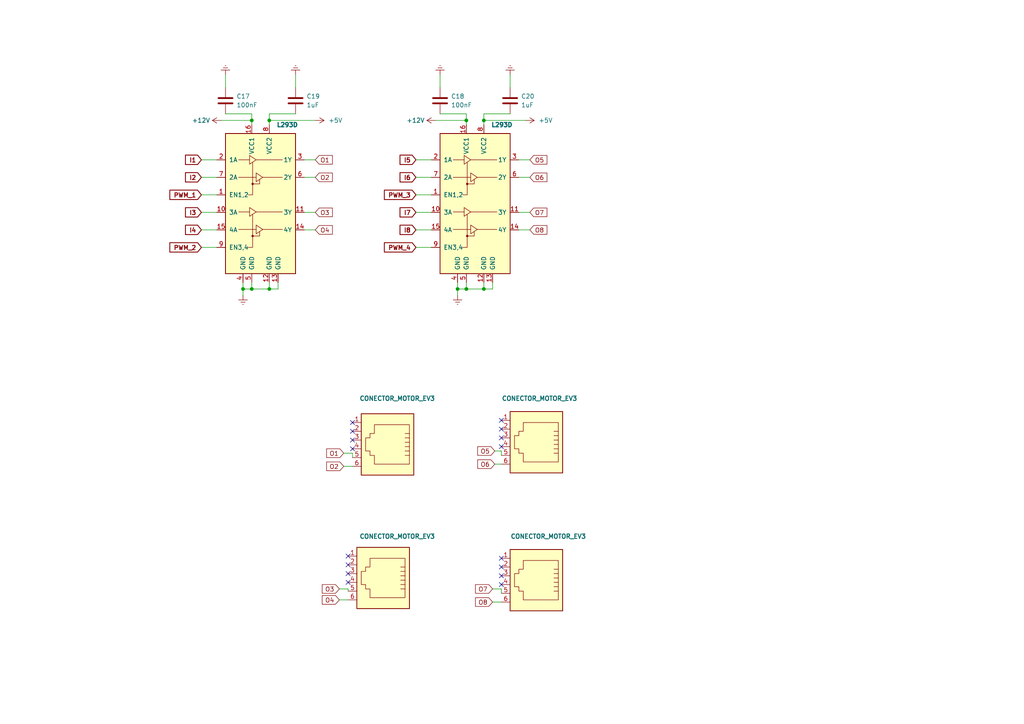
<source format=kicad_sch>
(kicad_sch (version 20211123) (generator eeschema)
  (paper "A4")
  (lib_symbols
    (symbol "Connector:6P6C" (pin_names (offset 1.016))
      (property "Reference" "J" (at -5.08 11.43 0))
      (property "Value" "6P6C" (at 2.54 11.43 0))
      (symbol "6P6C_0_1"
        (polyline (pts (xy -6.35 -1.905) (xy -5.08 -1.905) (xy -5.08 -1.905)))
        (polyline (pts (xy -6.35 -0.635) (xy -5.08 -0.635) (xy -5.08 -0.635)))
        (polyline (pts (xy -6.35 0.635) (xy -5.08 0.635) (xy -5.08 0.635)))
        (polyline (pts (xy -6.35 1.905) (xy -5.08 1.905) (xy -5.08 1.905)))
        (polyline (pts (xy -6.35 3.175) (xy -5.08 3.175) (xy -5.08 3.175)))
        (polyline (pts (xy -5.08 4.445) (xy -6.35 4.445) (xy -6.35 4.445)))
        (polyline (pts (xy -6.35 -4.445) (xy -6.35 6.985) (xy 3.81 6.985) (xy 3.81 4.445) (xy 5.08 4.445) (xy 5.08 3.175) (xy 6.35 3.175) (xy 6.35 -0.635) (xy 5.08 -0.635) (xy 5.08 -1.905) (xy 3.81 -1.905) (xy 3.81 -4.445) (xy -6.35 -4.445) (xy -6.35 -4.445)))
        (rectangle (start 7.62 10.16) (end -7.62 -7.62) (stroke (width 0.254)) (fill (type background)))
      )
      (symbol "6P6C_1_1"
        (pin passive line (at 10.16 -5.08 180) (length 2.54) (name "~") (number "1"))
        (pin passive line (at 10.16 -2.54 180) (length 2.54) (name "~") (number "2"))
        (pin passive line (at 10.16 0 180) (length 2.54) (name "~") (number "3"))
        (pin passive line (at 10.16 2.54 180) (length 2.54) (name "~") (number "4"))
        (pin passive line (at 10.16 5.08 180) (length 2.54) (name "~") (number "5"))
        (pin passive line (at 10.16 7.62 180) (length 2.54) (name "~") (number "6"))
      )
    )
    (symbol "Device:C" (pin_numbers hide) (pin_names (offset 0.254))
      (property "Reference" "C" (at 0.635 2.54 0))
      (property "Value" "C" (at 0.635 -2.54 0))
      (symbol "C_0_1"
        (polyline (pts (xy -2.032 -0.762) (xy 2.032 -0.762)) (stroke (width 0.508)))
        (polyline (pts (xy -2.032 0.762) (xy 2.032 0.762)) (stroke (width 0.508)))
      )
      (symbol "C_1_1"
        (pin passive line (at 0 3.81 270) (length 2.794) (name "~") (number "1"))
        (pin passive line (at 0 -3.81 90) (length 2.794) (name "~") (number "2"))
      )
    )
    (symbol "Driver_Motor:L293D" (pin_names (offset 1.016))
      (property "Reference" "U" (at -5.08 26.035 0))
      (property "Value" "L293D" (at -5.08 24.13 0))
      (symbol "L293D_0_1"
        (rectangle (start -10.16 22.86) (end 10.16 -17.78) (stroke (width 0.254)) (fill (type background)))
        (circle (center -2.286 -6.858) (radius 0.254) (fill (type outline)))
        (circle (center -2.286 8.255) (radius 0.254) (fill (type outline)))
        (polyline (pts (xy -6.35 -4.953) (xy -1.27 -4.953)))
        (polyline (pts (xy -6.35 0.127) (xy -3.175 0.127)))
        (polyline (pts (xy -6.35 10.16) (xy -1.27 10.16)))
        (polyline (pts (xy -6.35 15.24) (xy -3.175 15.24)))
        (polyline (pts (xy -1.27 0.127) (xy 6.35 0.127)))
        (polyline (pts (xy -1.27 15.24) (xy 6.35 15.24)))
        (polyline (pts (xy 0.635 -4.953) (xy 6.35 -4.953)))
        (polyline (pts (xy 0.635 10.16) (xy 6.35 10.16)))
        (polyline (pts (xy -2.286 -6.858) (xy -0.254 -6.858) (xy -0.254 -5.588)))
        (polyline (pts (xy -2.286 -0.635) (xy -2.286 -10.16) (xy -3.556 -10.16)))
        (polyline (pts (xy -2.286 8.255) (xy -0.254 8.255) (xy -0.254 9.525)))
        (polyline (pts (xy -2.286 14.478) (xy -2.286 5.08) (xy -3.556 5.08)))
        (polyline (pts (xy -3.175 1.397) (xy -3.175 -1.143) (xy -1.27 0.127) (xy -3.175 1.397)))
        (polyline (pts (xy -3.175 16.51) (xy -3.175 13.97) (xy -1.27 15.24) (xy -3.175 16.51)))
        (polyline (pts (xy -1.27 -3.683) (xy -1.27 -6.223) (xy 0.635 -4.953) (xy -1.27 -3.683)))
        (polyline (pts (xy -1.27 11.43) (xy -1.27 8.89) (xy 0.635 10.16) (xy -1.27 11.43)))
      )
      (symbol "L293D_1_1"
        (pin input line (at -12.7 5.08 0) (length 2.54) (name "EN1,2") (number "1"))
        (pin input line (at -12.7 0 0) (length 2.54) (name "3A") (number "10"))
        (pin output line (at 12.7 0 180) (length 2.54) (name "3Y") (number "11"))
        (pin power_in line (at 2.54 -20.32 90) (length 2.54) (name "GND") (number "12"))
        (pin power_in line (at 5.08 -20.32 90) (length 2.54) (name "GND") (number "13"))
        (pin output line (at 12.7 -5.08 180) (length 2.54) (name "4Y") (number "14"))
        (pin input line (at -12.7 -5.08 0) (length 2.54) (name "4A") (number "15"))
        (pin power_in line (at -2.54 25.4 270) (length 2.54) (name "VCC1") (number "16"))
        (pin input line (at -12.7 15.24 0) (length 2.54) (name "1A") (number "2"))
        (pin output line (at 12.7 15.24 180) (length 2.54) (name "1Y") (number "3"))
        (pin power_in line (at -5.08 -20.32 90) (length 2.54) (name "GND") (number "4"))
        (pin power_in line (at -2.54 -20.32 90) (length 2.54) (name "GND") (number "5"))
        (pin output line (at 12.7 10.16 180) (length 2.54) (name "2Y") (number "6"))
        (pin input line (at -12.7 10.16 0) (length 2.54) (name "2A") (number "7"))
        (pin power_in line (at 2.54 25.4 270) (length 2.54) (name "VCC2") (number "8"))
        (pin input line (at -12.7 -10.16 0) (length 2.54) (name "EN3,4") (number "9"))
      )
    )
    (symbol "power:+12V" (power) (pin_names (offset 0))
      (property "Value" "+12V" (at 0 3.556 0))
      (symbol "+12V_0_1"
        (polyline (pts (xy -0.762 1.27) (xy 0 2.54)))
        (polyline (pts (xy 0 0) (xy 0 2.54)))
        (polyline (pts (xy 0 2.54) (xy 0.762 1.27)))
      )
      (symbol "+12V_1_1"
        (pin power_in line (at 0 0 90) (length 0) hide (name "+12V") (number "1"))
      )
    )
    (symbol "power:+5V" (power) (pin_names (offset 0))
      (property "Value" "+5V" (at 0 3.556 0))
      (symbol "+5V_0_1"
        (polyline (pts (xy -0.762 1.27) (xy 0 2.54)))
        (polyline (pts (xy 0 0) (xy 0 2.54)))
        (polyline (pts (xy 0 2.54) (xy 0.762 1.27)))
      )
      (symbol "+5V_1_1"
        (pin power_in line (at 0 0 90) (length 0) hide (name "+5V") (number "1"))
      )
    )
    (symbol "power:Earth" (power) (pin_names (offset 0))
      (symbol "Earth_0_1"
        (polyline (pts (xy -0.635 -1.905) (xy 0.635 -1.905)))
        (polyline (pts (xy -0.127 -2.54) (xy 0.127 -2.54)))
        (polyline (pts (xy 0 -1.27) (xy 0 0)))
        (polyline (pts (xy 1.27 -1.27) (xy -1.27 -1.27)))
      )
      (symbol "Earth_1_1"
        (pin power_in line (at 0 0 270) (length 0) hide (name "Earth") (number "1"))
      )
    )
  )
  (junction (at 73.025 34.925))
  (junction (at 135.255 34.925))
  (junction (at 140.335 83.82))
  (junction (at 135.255 83.82))
  (junction (at 73.025 83.82))
  (junction (at 70.485 83.82))
  (junction (at 78.105 83.82))
  (junction (at 140.335 34.925))
  (junction (at 78.105 34.925))
  (junction (at 132.715 83.82))
  (no_connect (at 100.965 168.91))
  (no_connect (at 100.965 161.29))
  (no_connect (at 100.965 163.83))
  (no_connect (at 100.965 166.37))
  (no_connect (at 102.235 130.175))
  (no_connect (at 145.415 129.54))
  (no_connect (at 145.415 121.92))
  (no_connect (at 145.415 124.46))
  (no_connect (at 145.415 127))
  (no_connect (at 145.415 169.545))
  (no_connect (at 145.415 161.925))
  (no_connect (at 145.415 164.465))
  (no_connect (at 145.415 167.005))
  (no_connect (at 102.235 122.555))
  (no_connect (at 102.235 127.635))
  (no_connect (at 102.235 125.095))
  (wire (pts (xy 99.695 135.255) (xy 102.235 135.255)))
  (wire (pts (xy 73.025 34.925) (xy 73.025 36.195)))
  (wire (pts (xy 145.415 130.81) (xy 145.415 132.08)))
  (wire (pts (xy 78.105 81.915) (xy 78.105 83.82)))
  (wire (pts (xy 70.485 81.915) (xy 70.485 83.82)))
  (wire (pts (xy 98.425 173.99) (xy 100.965 173.99)))
  (wire (pts (xy 120.65 56.515) (xy 125.095 56.515)))
  (wire (pts (xy 58.42 51.435) (xy 62.865 51.435)))
  (wire (pts (xy 142.875 174.625) (xy 145.415 174.625)))
  (wire (pts (xy 58.42 71.755) (xy 62.865 71.755)))
  (wire (pts (xy 140.335 34.925) (xy 140.335 36.195)))
  (wire (pts (xy 132.715 81.915) (xy 132.715 83.82)))
  (wire (pts (xy 78.105 34.925) (xy 78.105 36.195)))
  (wire (pts (xy 140.335 34.925) (xy 152.4 34.925)))
  (wire (pts (xy 73.025 83.82) (xy 70.485 83.82)))
  (wire (pts (xy 88.265 46.355) (xy 91.44 46.355)))
  (wire (pts (xy 140.335 33.02) (xy 140.335 34.925)))
  (wire (pts (xy 150.495 51.435) (xy 153.67 51.435)))
  (wire (pts (xy 143.51 130.81) (xy 145.415 130.81)))
  (wire (pts (xy 78.105 33.02) (xy 78.105 34.925)))
  (wire (pts (xy 65.405 33.02) (xy 73.025 33.02)))
  (wire (pts (xy 142.875 81.915) (xy 142.875 83.82)))
  (wire (pts (xy 120.65 46.355) (xy 125.095 46.355)))
  (wire (pts (xy 126.365 34.925) (xy 135.255 34.925)))
  (wire (pts (xy 127.635 33.02) (xy 135.255 33.02)))
  (wire (pts (xy 70.485 83.82) (xy 70.485 85.725)))
  (wire (pts (xy 100.965 170.815) (xy 100.965 171.45)))
  (wire (pts (xy 73.025 81.915) (xy 73.025 83.82)))
  (wire (pts (xy 135.255 81.915) (xy 135.255 83.82)))
  (wire (pts (xy 150.495 66.675) (xy 153.67 66.675)))
  (wire (pts (xy 147.955 21.59) (xy 147.955 25.4)))
  (wire (pts (xy 120.65 71.755) (xy 125.095 71.755)))
  (wire (pts (xy 120.65 66.675) (xy 125.095 66.675)))
  (wire (pts (xy 142.875 170.815) (xy 145.415 170.815)))
  (wire (pts (xy 135.255 34.925) (xy 135.255 36.195)))
  (wire (pts (xy 85.725 33.02) (xy 78.105 33.02)))
  (wire (pts (xy 80.645 81.915) (xy 80.645 83.82)))
  (wire (pts (xy 88.265 61.595) (xy 91.44 61.595)))
  (wire (pts (xy 98.425 170.815) (xy 100.965 170.815)))
  (wire (pts (xy 58.42 61.595) (xy 62.865 61.595)))
  (wire (pts (xy 64.135 34.925) (xy 73.025 34.925)))
  (wire (pts (xy 140.335 81.915) (xy 140.335 83.82)))
  (wire (pts (xy 140.335 83.82) (xy 135.255 83.82)))
  (wire (pts (xy 88.265 66.675) (xy 91.44 66.675)))
  (wire (pts (xy 88.265 51.435) (xy 91.44 51.435)))
  (wire (pts (xy 127.635 21.59) (xy 127.635 25.4)))
  (wire (pts (xy 78.105 34.925) (xy 91.44 34.925)))
  (wire (pts (xy 135.255 83.82) (xy 132.715 83.82)))
  (wire (pts (xy 145.415 170.815) (xy 145.415 172.085)))
  (wire (pts (xy 150.495 46.355) (xy 153.67 46.355)))
  (wire (pts (xy 120.65 61.595) (xy 125.095 61.595)))
  (wire (pts (xy 102.235 131.445) (xy 102.235 132.715)))
  (wire (pts (xy 120.65 51.435) (xy 125.095 51.435)))
  (wire (pts (xy 65.405 21.59) (xy 65.405 25.4)))
  (wire (pts (xy 80.645 83.82) (xy 78.105 83.82)))
  (wire (pts (xy 99.695 131.445) (xy 102.235 131.445)))
  (wire (pts (xy 132.715 83.82) (xy 132.715 85.725)))
  (wire (pts (xy 58.42 56.515) (xy 62.865 56.515)))
  (wire (pts (xy 135.255 33.02) (xy 135.255 34.925)))
  (wire (pts (xy 73.025 33.02) (xy 73.025 34.925)))
  (wire (pts (xy 142.875 83.82) (xy 140.335 83.82)))
  (wire (pts (xy 143.51 134.62) (xy 145.415 134.62)))
  (wire (pts (xy 58.42 66.675) (xy 62.865 66.675)))
  (wire (pts (xy 147.955 33.02) (xy 140.335 33.02)))
  (wire (pts (xy 85.725 21.59) (xy 85.725 25.4)))
  (wire (pts (xy 150.495 61.595) (xy 153.67 61.595)))
  (wire (pts (xy 58.42 46.355) (xy 62.865 46.355)))
  (wire (pts (xy 78.105 83.82) (xy 73.025 83.82)))
  (global_label "PWM_3" (shape input) (at 120.65 56.515 180) (effects (font bold)) (property "Intersheet References" "${INTERSHEET_REFS}" (effects hide)))
  (global_label "O4" (shape input) (at 91.44 66.675 0) (property "Intersheet References" "${INTERSHEET_REFS}" (effects hide)))
  (global_label "I7" (shape input) (at 120.65 61.595 180) (effects (font bold)) (property "Intersheet References" "${INTERSHEET_REFS}" (effects hide)))
  (global_label "O8" (shape input) (at 142.875 174.625 180) (property "Intersheet References" "${INTERSHEET_REFS}" (effects hide)))
  (global_label "O6" (shape input) (at 153.67 51.435 0) (property "Intersheet References" "${INTERSHEET_REFS}" (effects hide)))
  (global_label "I5" (shape input) (at 120.65 46.355 180) (effects (font bold)) (property "Intersheet References" "${INTERSHEET_REFS}" (effects hide)))
  (global_label "O8" (shape input) (at 153.67 66.675 0) (property "Intersheet References" "${INTERSHEET_REFS}" (effects hide)))
  (global_label "O2" (shape input) (at 91.44 51.435 0) (property "Intersheet References" "${INTERSHEET_REFS}" (effects hide)))
  (global_label "PWM_2" (shape input) (at 58.42 71.755 180) (effects (font bold)) (property "Intersheet References" "${INTERSHEET_REFS}" (effects hide)))
  (global_label "O5" (shape input) (at 143.51 130.81 180) (property "Intersheet References" "${INTERSHEET_REFS}" (effects hide)))
  (global_label "I4" (shape input) (at 58.42 66.675 180) (effects (font bold)) (property "Intersheet References" "${INTERSHEET_REFS}" (effects hide)))
  (global_label "O3" (shape input) (at 98.425 170.815 180) (property "Intersheet References" "${INTERSHEET_REFS}" (effects hide)))
  (global_label "O3" (shape input) (at 91.44 61.595 0) (property "Intersheet References" "${INTERSHEET_REFS}" (effects hide)))
  (global_label "I1" (shape input) (at 58.42 46.355 180) (effects (font bold)) (property "Intersheet References" "${INTERSHEET_REFS}" (effects hide)))
  (global_label "O7" (shape input) (at 153.67 61.595 0) (property "Intersheet References" "${INTERSHEET_REFS}" (effects hide)))
  (global_label "O6" (shape input) (at 143.51 134.62 180) (property "Intersheet References" "${INTERSHEET_REFS}" (effects hide)))
  (global_label "PWM_4" (shape input) (at 120.65 71.755 180) (effects (font bold)) (property "Intersheet References" "${INTERSHEET_REFS}" (effects hide)))
  (global_label "O5" (shape input) (at 153.67 46.355 0) (property "Intersheet References" "${INTERSHEET_REFS}" (effects hide)))
  (global_label "O1" (shape input) (at 91.44 46.355 0) (property "Intersheet References" "${INTERSHEET_REFS}" (effects hide)))
  (global_label "O1" (shape input) (at 99.695 131.445 180) (property "Intersheet References" "${INTERSHEET_REFS}" (effects hide)))
  (global_label "PWM_1" (shape input) (at 58.42 56.515 180) (effects (font bold)) (property "Intersheet References" "${INTERSHEET_REFS}" (effects hide)))
  (global_label "O7" (shape input) (at 142.875 170.815 180) (property "Intersheet References" "${INTERSHEET_REFS}" (effects hide)))
  (global_label "I6" (shape input) (at 120.65 51.435 180) (effects (font bold)) (property "Intersheet References" "${INTERSHEET_REFS}" (effects hide)))
  (global_label "I8" (shape input) (at 120.65 66.675 180) (effects (font bold)) (property "Intersheet References" "${INTERSHEET_REFS}" (effects hide)))
  (global_label "I2" (shape input) (at 58.42 51.435 180) (effects (font bold)) (property "Intersheet References" "${INTERSHEET_REFS}" (effects hide)))
  (global_label "I3" (shape input) (at 58.42 61.595 180) (effects (font bold)) (property "Intersheet References" "${INTERSHEET_REFS}" (effects hide)))
  (global_label "O2" (shape input) (at 99.695 135.255 180) (property "Intersheet References" "${INTERSHEET_REFS}" (effects hide)))
  (global_label "O4" (shape input) (at 98.425 173.99 180) (property "Intersheet References" "${INTERSHEET_REFS}" (effects hide)))
  (symbol (lib_id "power:Earth") (at 85.725 21.59 180) (unit 1)
    (property "Reference" "#PWR?" (effects hide))
    (property "Value" "Earth" (effects hide))
  )
  (symbol (lib_id "Device:C") (at 127.635 29.21 0) (unit 1)
    (property "Reference" "C18" (at 130.81 27.9399 0) (effects (justify left)))
    (property "Value" "100nF" (at 130.81 30.4799 0) (effects (justify left)))
  )
  (symbol (lib_id "Connector:6P6C") (at 155.575 127 180) (unit 1)
    (property "Reference" "CONECTOR_MOTOR_EV3" (at 145.415 115.57 0) (effects (font bold) (justify right)))
    (property "Value" "6P6C" (effects hide))
  )
  (symbol (lib_id "Device:C") (at 85.725 29.21 0) (unit 1)
    (property "Reference" "C19" (at 88.9 27.9399 0) (effects (justify left)))
    (property "Value" "1uF" (at 88.9 30.4799 0) (effects (justify left)))
  )
  (symbol (lib_id "Driver_Motor:L293D") (at 75.565 61.595 0) (unit 1)
    (property "Reference" "U?" (effects hide))
    (property "Value" "L293D" (at 80.1244 36.195 0) (effects (font bold) (justify left)))
    (property "Footprint" "Package_DIP:DIP-16_W7.62mm" (effects hide))
    (property "Datasheet" "http://www.ti.com/lit/ds/symlink/l293.pdf" (effects hide))
  )
  (symbol (lib_id "Driver_Motor:L293D") (at 137.795 61.595 0) (unit 1)
    (property "Reference" "U?" (effects hide))
    (property "Value" "L293D" (at 142.3544 36.195 0) (effects (font bold) (justify left)))
    (property "Footprint" "Package_DIP:DIP-16_W7.62mm" (effects hide))
    (property "Datasheet" "http://www.ti.com/lit/ds/symlink/l293.pdf" (effects hide))
  )
  (symbol (lib_id "power:Earth") (at 65.405 21.59 180) (unit 1)
    (property "Reference" "#PWR?" (effects hide))
    (property "Value" "Earth" (effects hide))
  )
  (symbol (lib_id "Device:C") (at 147.955 29.21 0) (unit 1)
    (property "Reference" "C20" (at 151.13 27.9399 0) (effects (justify left)))
    (property "Value" "1uF" (at 151.13 30.4799 0) (effects (justify left)))
  )
  (symbol (lib_id "power:Earth") (at 127.635 21.59 180) (unit 1)
    (property "Reference" "#PWR?" (effects hide))
    (property "Value" "Earth" (effects hide))
  )
  (symbol (lib_id "Device:C") (at 65.405 29.21 0) (unit 1)
    (property "Reference" "C17" (at 68.58 27.9399 0) (effects (justify left)))
    (property "Value" "100nF" (at 68.58 30.4799 0) (effects (justify left)))
  )
  (symbol (lib_id "Connector:6P6C") (at 112.395 127.635 180) (unit 1)
    (property "Reference" "CONECTOR_MOTOR_EV3" (at 104.14 115.57 0) (effects (font bold) (justify right)))
    (property "Value" "6P6C" (effects hide))
  )
  (symbol (lib_id "power:+5V") (at 152.4 34.925 270) (unit 1)
    (property "Reference" "#PWR?" (effects hide))
    (property "Value" "+5V" (at 156.21 34.9249 90) (effects (justify left)))
  )
  (symbol (lib_id "power:Earth") (at 147.955 21.59 180) (unit 1)
    (property "Reference" "#PWR?" (effects hide))
    (property "Value" "Earth" (effects hide))
  )
  (symbol (lib_id "Connector:6P6C") (at 155.575 167.005 180) (unit 1)
    (property "Reference" "CONECTOR_MOTOR_EV3" (at 147.955 155.575 0) (effects (font bold) (justify right)))
    (property "Value" "6P6C" (effects hide))
  )
  (symbol (lib_id "power:+12V") (at 126.365 34.925 90) (unit 1)
    (property "Reference" "#PWR?" (effects hide))
    (property "Value" "+12V" (at 123.19 34.9249 90) (effects (justify left)))
  )
  (symbol (lib_id "power:+5V") (at 91.44 34.925 270) (unit 1)
    (property "Reference" "#PWR?" (effects hide))
    (property "Value" "+5V" (at 95.25 34.9249 90) (effects (justify left)))
  )
  (symbol (lib_id "Connector:6P6C") (at 111.125 166.37 180) (unit 1)
    (property "Reference" "CONECTOR_MOTOR_EV3" (at 104.14 155.575 0) (effects (font bold) (justify right)))
    (property "Value" "6P6C" (effects hide))
  )
  (symbol (lib_id "power:Earth") (at 132.715 85.725 0) (unit 1)
    (property "Reference" "#PWR?" (effects hide))
    (property "Value" "Earth" (effects hide))
  )
  (symbol (lib_id "power:Earth") (at 70.485 85.725 0) (unit 1)
    (property "Reference" "#PWR?" (effects hide))
    (property "Value" "Earth" (effects hide))
  )
  (symbol (lib_id "power:+12V") (at 64.135 34.925 90) (unit 1)
    (property "Reference" "#PWR?" (effects hide))
    (property "Value" "+12V" (at 60.96 34.9249 90) (effects (justify left)))
  )
)
</source>
